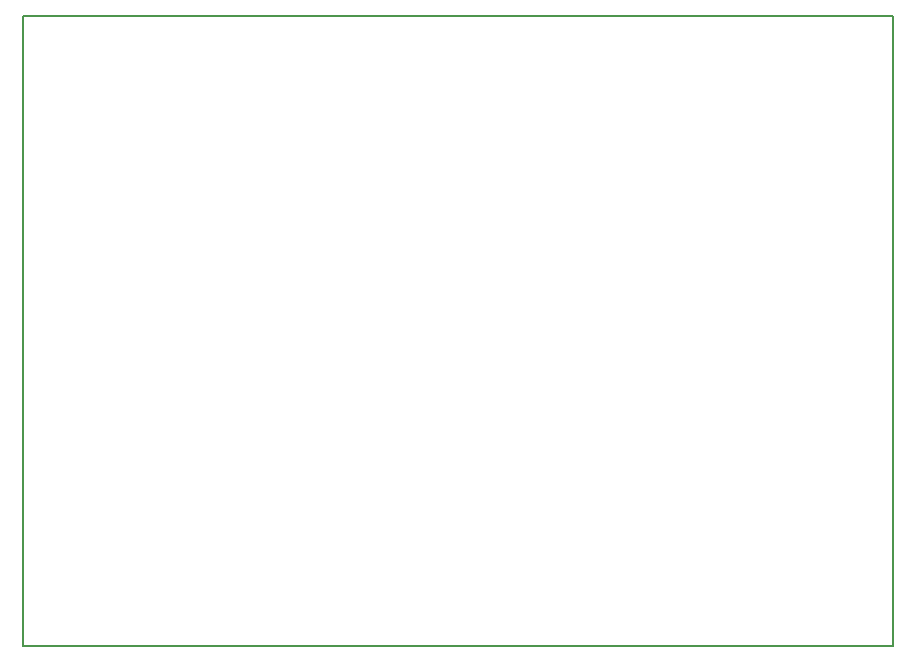
<source format=gbr>
G04 #@! TF.FileFunction,Profile,NP*
%FSLAX46Y46*%
G04 Gerber Fmt 4.6, Leading zero omitted, Abs format (unit mm)*
G04 Created by KiCad (PCBNEW 4.0.7) date Fri Jun  7 08:16:43 2019*
%MOMM*%
%LPD*%
G01*
G04 APERTURE LIST*
%ADD10C,0.100000*%
%ADD11C,0.150000*%
G04 APERTURE END LIST*
D10*
D11*
X17780000Y-71120000D02*
X17780000Y-17780000D01*
X91440000Y-71120000D02*
X17780000Y-71120000D01*
X91440000Y-17780000D02*
X91440000Y-71120000D01*
X17780000Y-17780000D02*
X91440000Y-17780000D01*
M02*

</source>
